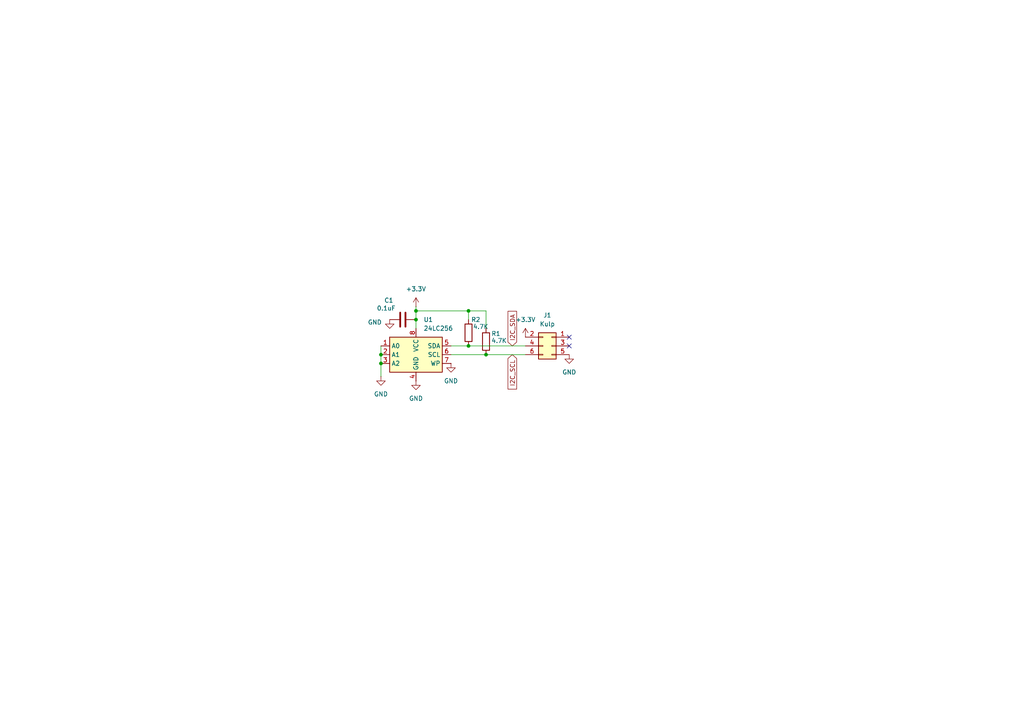
<source format=kicad_sch>
(kicad_sch (version 20231120) (generator "eeschema") (generator_version "8.0")
  (paper "A4")
  (lib_symbols
    (symbol "Connector_Generic:Conn_02x03_Odd_Even" (pin_names (offset 1.016) hide)
      (property "Reference" "J" (at 1.27 5.08 0))
      (property "Value" "Conn_02x03_Odd_Even" (at 1.27 -5.08 0))
      (symbol "Conn_02x03_Odd_Even_1_1"
        (rectangle (start -1.27 -2.413) (end 0 -2.667) (stroke (width 0.1524)))
        (rectangle (start -1.27 0.127) (end 0 -0.127) (stroke (width 0.1524)))
        (rectangle (start -1.27 2.667) (end 0 2.413) (stroke (width 0.1524)))
        (rectangle (start -1.27 3.81) (end 3.81 -3.81) (stroke (width 0.254)) (fill (type background)))
        (rectangle (start 3.81 -2.413) (end 2.54 -2.667) (stroke (width 0.1524)))
        (rectangle (start 3.81 0.127) (end 2.54 -0.127) (stroke (width 0.1524)))
        (rectangle (start 3.81 2.667) (end 2.54 2.413) (stroke (width 0.1524)))
        (pin passive line (at -5.08 2.54 0) (length 3.81) (name "Pin_1") (number "1"))
        (pin passive line (at 7.62 2.54 180) (length 3.81) (name "Pin_2") (number "2"))
        (pin passive line (at -5.08 0 0) (length 3.81) (name "Pin_3") (number "3"))
        (pin passive line (at 7.62 0 180) (length 3.81) (name "Pin_4") (number "4"))
        (pin passive line (at -5.08 -2.54 0) (length 3.81) (name "Pin_5") (number "5"))
        (pin passive line (at 7.62 -2.54 180) (length 3.81) (name "Pin_6") (number "6"))
      )
    )
    (symbol "Device:C" (pin_numbers hide) (pin_names (offset 0.254))
      (property "Reference" "C" (at 0.635 2.54 0))
      (property "Value" "C" (at 0.635 -2.54 0))
      (symbol "C_0_1"
        (polyline (pts (xy -2.032 -0.762) (xy 2.032 -0.762)) (stroke (width 0.508)))
        (polyline (pts (xy -2.032 0.762) (xy 2.032 0.762)) (stroke (width 0.508)))
      )
      (symbol "C_1_1"
        (pin passive line (at 0 3.81 270) (length 2.794) (name "~") (number "1"))
        (pin passive line (at 0 -3.81 90) (length 2.794) (name "~") (number "2"))
      )
    )
    (symbol "Device:R" (pin_numbers hide) (pin_names (offset 0))
      (property "Reference" "R" (at 2.032 0 90))
      (property "Value" "R" (at 0 0 90))
      (symbol "R_0_1"
        (rectangle (start -1.016 -2.54) (end 1.016 2.54) (stroke (width 0.254)))
      )
      (symbol "R_1_1"
        (pin passive line (at 0 3.81 270) (length 1.27) (name "~") (number "1"))
        (pin passive line (at 0 -3.81 90) (length 1.27) (name "~") (number "2"))
      )
    )
    (symbol "Memory_EEPROM:24LC256"
      (property "Reference" "U" (at -6.35 6.35 0))
      (property "Value" "24LC256" (at 1.27 6.35 0))
      (symbol "24LC256_1_1"
        (rectangle (start -7.62 5.08) (end 7.62 -5.08) (stroke (width 0.254)) (fill (type background)))
        (pin input line (at -10.16 2.54 0) (length 2.54) (name "A0") (number "1"))
        (pin input line (at -10.16 0 0) (length 2.54) (name "A1") (number "2"))
        (pin input line (at -10.16 -2.54 0) (length 2.54) (name "A2") (number "3"))
        (pin power_in line (at 0 -7.62 90) (length 2.54) (name "GND") (number "4"))
        (pin bidirectional line (at 10.16 2.54 180) (length 2.54) (name "SDA") (number "5"))
        (pin input line (at 10.16 0 180) (length 2.54) (name "SCL") (number "6"))
        (pin input line (at 10.16 -2.54 180) (length 2.54) (name "WP") (number "7"))
        (pin power_in line (at 0 7.62 270) (length 2.54) (name "VCC") (number "8"))
      )
    )
    (symbol "power:+3.3V" (power) (pin_numbers hide) (pin_names (offset 0) hide)
      (property "Value" "+3.3V" (at 0 3.556 0))
      (symbol "+3.3V_0_1"
        (polyline (pts (xy -0.762 1.27) (xy 0 2.54)))
        (polyline (pts (xy 0 0) (xy 0 2.54)))
        (polyline (pts (xy 0 2.54) (xy 0.762 1.27)))
      )
      (symbol "+3.3V_1_1"
        (pin power_in line (at 0 0 90) (length 0) (name "~") (number "1"))
      )
    )
    (symbol "power:GND" (power) (pin_numbers hide) (pin_names (offset 0) hide)
      (property "Value" "GND" (at 0 -3.81 0))
      (symbol "GND_0_1"
        (polyline (pts (xy 0 0) (xy 0 -1.27) (xy 1.27 -1.27) (xy 0 -2.54) (xy -1.27 -1.27) (xy 0 -1.27)))
      )
      (symbol "GND_1_1"
        (pin power_in line (at 0 0 270) (length 0) (name "~") (number "1"))
      )
    )
  )
  (junction (at 135.89 100.33))
  (junction (at 135.89 90.17))
  (junction (at 110.49 102.87))
  (junction (at 140.97 102.87))
  (junction (at 120.65 92.71))
  (junction (at 110.49 105.41))
  (junction (at 120.65 90.17))
  (no_connect (at 165.1 100.33))
  (no_connect (at 165.1 97.79))
  (wire (pts (xy 120.65 88.9) (xy 120.65 90.17)))
  (wire (pts (xy 130.81 100.33) (xy 135.89 100.33)))
  (wire (pts (xy 135.89 90.17) (xy 120.65 90.17)))
  (wire (pts (xy 135.89 92.71) (xy 135.89 90.17)))
  (wire (pts (xy 120.65 92.71) (xy 120.65 95.25)))
  (wire (pts (xy 110.49 100.33) (xy 110.49 102.87)))
  (wire (pts (xy 110.49 105.41) (xy 110.49 109.22)))
  (wire (pts (xy 140.97 102.87) (xy 152.4 102.87)))
  (wire (pts (xy 140.97 90.17) (xy 140.97 95.25)))
  (wire (pts (xy 130.81 102.87) (xy 140.97 102.87)))
  (wire (pts (xy 120.65 90.17) (xy 120.65 92.71)))
  (wire (pts (xy 135.89 100.33) (xy 152.4 100.33)))
  (wire (pts (xy 110.49 102.87) (xy 110.49 105.41)))
  (wire (pts (xy 140.97 90.17) (xy 135.89 90.17)))
  (global_label "I2C_SDA" (shape input) (at 148.59 100.33 90) (property "Intersheetrefs" "${INTERSHEET_REFS}" (effects (hide yes))))
  (global_label "I2C_SCL" (shape input) (at 148.59 102.87 270) (property "Intersheetrefs" "${INTERSHEET_REFS}" (effects (hide yes))))
  (symbol (lib_id "power:GND") (at 120.65 110.49 0) (unit 1)
    (property "Reference" "#PWR02" (effects (hide yes)))
    (property "Value" "GND" (at 120.65 115.57 0))
    (property "Description" "Power symbol creates a global label with name \"GND\" , ground" (effects (hide yes)))
  )
  (symbol (lib_id "power:+3.3V") (at 120.65 88.9 0) (unit 1)
    (property "Reference" "#PWR05" (effects (hide yes)))
    (property "Value" "+3.3V" (at 120.65 83.82 0))
    (property "Description" "Power symbol creates a global label with name \"+3.3V\"" (effects (hide yes)))
  )
  (symbol (lib_id "power:GND") (at 130.81 105.41 0) (unit 1)
    (property "Reference" "#PWR07" (effects (hide yes)))
    (property "Value" "GND" (at 130.81 110.49 0))
    (property "Description" "Power symbol creates a global label with name \"GND\" , ground" (effects (hide yes)))
  )
  (symbol (lib_id "power:+3.3V") (at 152.4 97.79 0) (unit 1)
    (property "Reference" "#PWR06" (effects (hide yes)))
    (property "Value" "+3.3V" (at 152.4 92.71 0))
    (property "Description" "Power symbol creates a global label with name \"+3.3V\"" (effects (hide yes)))
  )
  (symbol (lib_id "Connector_Generic:Conn_02x03_Odd_Even") (at 160.02 100.33 0) (mirror y) (unit 1)
    (property "Reference" "J1" (at 158.75 91.44 0))
    (property "Value" "Kulp" (at 158.75 93.98 0))
    (property "Footprint" "Scotts:2x03_Horizontal_SMD" (effects (hide yes)))
    (property "Description" "Generic connector, double row, 02x03, odd/even pin numbering scheme (row 1 odd numbers, row 2 even numbers), script generated (kicad-library-utils/schlib/autogen/connector/)" (effects (hide yes)))
    (property "Digi-Key_PN" "S7071-ND" (effects (hide yes)))
    (property "MPN" "PPTC032LFBN-RC" (effects (hide yes)))
  )
  (symbol (lib_id "power:GND") (at 113.03 92.71 0) (unit 1)
    (property "Reference" "#PWR03" (effects (hide yes)))
    (property "Value" "GND" (at 108.712 93.472 0))
    (property "Description" "Power symbol creates a global label with name \"GND\" , ground" (effects (hide yes)))
  )
  (symbol (lib_id "power:GND") (at 110.49 109.22 0) (unit 1)
    (property "Reference" "#PWR04" (effects (hide yes)))
    (property "Value" "GND" (at 110.49 114.3 0))
    (property "Description" "Power symbol creates a global label with name \"GND\" , ground" (effects (hide yes)))
  )
  (symbol (lib_id "Device:C") (at 116.84 92.71 270) (unit 1)
    (property "Reference" "C1" (at 112.776 87.122 90))
    (property "Value" "0.1uF" (at 112.014 89.408 90))
    (property "Footprint" "Capacitor_SMD:C_0603_1608Metric_Pad1.08x0.95mm_HandSolder" (effects (hide yes)))
    (property "Description" "Unpolarized capacitor" (effects (hide yes)))
    (property "LCSC" "C14663" (effects (hide yes)))
    (property "Digi-Key_PN" "1276-1935-2-ND" (effects (hide yes)))
    (property "MPN" "CL10B104KB8NNWC" (effects (hide yes)))
  )
  (symbol (lib_id "Device:R") (at 135.89 96.52 0) (unit 1) (in_bom no)
    (property "Reference" "R2" (at 136.652 92.71 0) (effects (justify left)))
    (property "Value" "4.7K" (at 137.16 94.742 0) (effects (justify left)))
    (property "Footprint" "Resistor_SMD:R_0603_1608Metric_Pad0.98x0.95mm_HandSolder" (effects (hide yes)))
    (property "Description" "Resistor" (effects (hide yes)))
    (property "LCSC" "C23162" (effects (hide yes)))
    (property "Digi-Key_PN" "311-4.7KGRCT-ND" (effects (hide yes)))
    (property "MPN" "RC0603JR-074K7L" (effects (hide yes)))
  )
  (symbol (lib_id "Device:R") (at 140.97 99.06 0) (unit 1) (in_bom no)
    (property "Reference" "R1" (at 142.494 96.774 0) (effects (justify left)))
    (property "Value" "4.7K" (at 142.494 98.806 0) (effects (justify left)))
    (property "Footprint" "Resistor_SMD:R_0603_1608Metric_Pad0.98x0.95mm_HandSolder" (effects (hide yes)))
    (property "Description" "Resistor" (effects (hide yes)))
    (property "LCSC" "C23162" (effects (hide yes)))
    (property "Digi-Key_PN" "311-4.7KGRCT-ND" (effects (hide yes)))
    (property "MPN" "RC0603JR-074K7L" (effects (hide yes)))
  )
  (symbol (lib_id "power:GND") (at 165.1 102.87 0) (unit 1)
    (property "Reference" "#PWR01" (effects (hide yes)))
    (property "Value" "GND" (at 165.1 107.95 0))
    (property "Description" "Power symbol creates a global label with name \"GND\" , ground" (effects (hide yes)))
  )
  (symbol (lib_id "Memory_EEPROM:24LC256") (at 120.65 102.87 0) (unit 1)
    (property "Reference" "U1" (at 122.8441 92.71 0) (effects (justify left)))
    (property "Value" "24LC256" (at 122.8441 95.25 0) (effects (justify left)))
    (property "Footprint" "Package_SO:SOIC-8_3.9x4.9mm_P1.27mm" (effects (hide yes)))
    (property "Datasheet" "http://ww1.microchip.com/downloads/en/devicedoc/21203m.pdf" (effects (hide yes)))
    (property "Description" "I2C Serial EEPROM, 256Kb, DIP-8/SOIC-8/TSSOP-8/DFN-8" (effects (hide yes)))
    (property "Digi-Key_PN" "24LC256T-I/SNCT-ND" (effects (hide yes)))
    (property "LCSC" "C6482" (effects (hide yes)))
    (property "MPN" "24LC256T-I/SN" (effects (hide yes)))
  )
)
</source>
